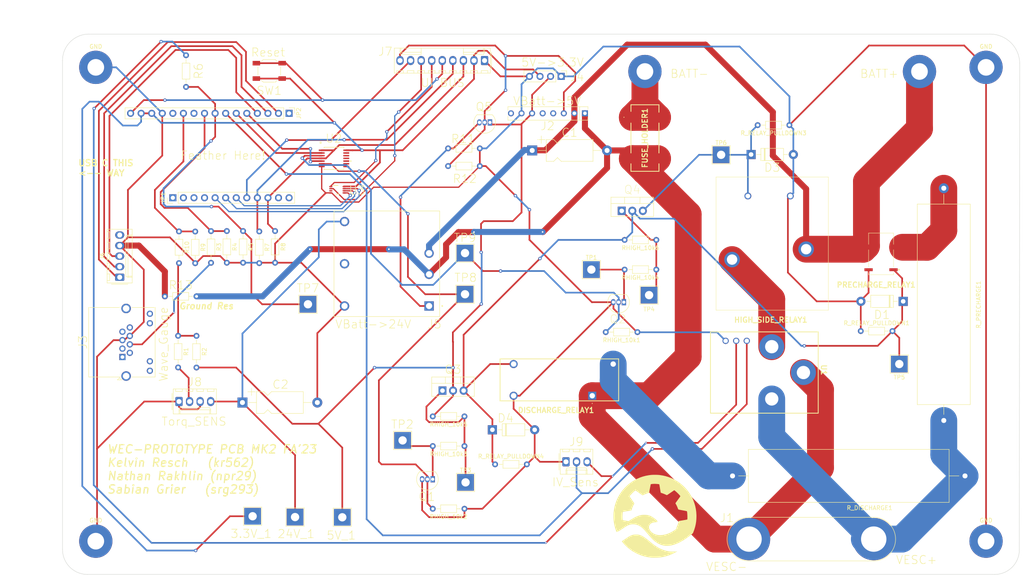
<source format=kicad_pcb>
(kicad_pcb (version 20221018) (generator pcbnew)
  (title_block (title "Relay Board") (rev "v1"))
  (layers (0 "F.Cu" signal) (31 "B.Cu" signal) (34 "B.Paste" user) (35 "F.Paste" user) (36 "B.SilkS" user "B.Silkscreen") (37 "F.SilkS" user "F.Silkscreen") (38 "B.Mask" user) (39 "F.Mask" user) (44 "Edge.Cuts" user))
  (net 0 "")
  (net 1 "+5V")
  (net 2 "HIGH_SIDE")
  (net 3 "VESC_NEG")
  (net 4 "BATT_POS")
  (net 5 "VESC_POS")
  (net 6 "BATT_NEG")
  (net 7 "GND")
  (net 9 "BATT_V_SENSOR")
  (net 10 "BATT_CURR_SENSOR")
  (net 11 "Net-(DISCHARGE_RELAY1-NC)")
  (net 12 "VBAT")
  (net 13 "/EN")
  (net 15 "VBUS")
  (net 16 "/D13")
  (net 17 "Torq_SW_Mode_1")
  (net 18 "Torq_SW_Mode_2")
  (net 19 "Torq_SW_Mode_3")
  (net 20 "Ref_Model_SW")
  (net 22 "WAVE_GAUGE")
  (net 23 "/SCL")
  (net 24 "/SDA")
  (net 25 "/BOOT0")
  (net 28 "IO_ESTOP")
  (net 29 "/A2")
  (net 30 "/A1")
  (net 31 "VESC_OUTPUT")
  (net 32 "Net-(PRECHARGE_RELAY1-COM)")
  (net 33 "Net-(Q1-D)")
  (net 34 "Net-(Q2-D)")
  (net 35 "Net-(Q3-G)")
  (net 36 "Net-(Q4-G)")
  (net 37 "Net-(HIGH_SIDE_RELAY1-NO)")
  (net 38 "VESC_INPUT")
  (net 39 "VESC_POWER_SWITCH")
  (net 40 "ADVANCE_BUTTON_RED")
  (net 41 "/A4")
  (net 42 "/A3")
  (net 43 "TORQUE_SENSOR")
  (net 44 "+3.3V")
  (net 45 "RESET")
  (net 46 "+24V")
  (net 47 "HIGH_IN")
  (net 48 "DCDC_SW")
  (net 52 "/A0")
  (net 53 "Net-(R1-Pad2)")
  (net 55 "Net-(J5-CTRL)")
  (net 56 "LOW_IN")
  (net 63 "TORQ_SWITCH_1")
  (net 64 "TORQ_SWITCH_2")
  (net 66 "PRE_DIS")
  (net 67 "PRE_DIS_ANDOUT")
  (net 68 "HIGH_SIDE_ANDOUT")
  (footprint "TestPoint:TestPoint_THTPad_4.0x4.0mm_Drill2.0mm" (layer "F.Cu") (at 125.9 196.2 180)
    (fp_text reference "24V_1")
    (fp_text value "TestPoint")
  )
  (footprint "Resistor_THT:R_Axial_DIN0204_L3.6mm_D1.6mm_P7.62mm_Horizontal" (layer "F.Cu") (at 117.3 135.1 90)
    (fp_text reference "R7")
    (fp_text value "10k")
  )
  (footprint "Library:WEC_NMOS" (layer "F.Cu") (at 157.715 187.099375 180)
    (fp_text reference "Q1")
    (fp_text value "NMOS")
  )
  (footprint "TestPoint:TestPoint_THTPad_4.0x4.0mm_Drill2.0mm" (layer "F.Cu") (at 137.25 196.25 180)
    (fp_text reference "5V_1")
    (fp_text value "TestPoint")
  )
  (footprint "" (layer "F.Cu") (at 276 89)
    (fp_text reference "")
    (fp_text value "")
  )
  (footprint "" (layer "F.Cu") (at 210 89)
    (fp_text reference "")
    (fp_text value "")
  )
  (footprint "Capacitor_THT:CP_Axial_L11.0mm_D5.0mm_P18.00mm_Horizontal" (layer "F.Cu") (at 182.9 107.9925)
    (fp_text reference "C1")
    (fp_text value "100 uF")
  )
  (footprint "MECC-Discharge-relay:213932246" (layer "F.Cu") (at 197.335 167.005)
    (fp_text reference "DISCHARGE_RELAY1")
    (fp_text value "2-1393224-6" hide)
  )
  (footprint "Resistor_THT:R_Axial_DIN0204_L3.6mm_D1.6mm_P7.62mm_Horizontal" (layer "F.Cu") (at 261.8825 151.4475)
    (fp_text reference "R_RELAY_PULLDOWN1")
    (fp_text value "40k")
  )
  (footprint "Resistor_THT:R_Axial_DIN0204_L3.6mm_D1.6mm_P7.62mm_Horizontal" (layer "F.Cu") (at 244.721875 101.9 180)
    (fp_text reference "R_RELAY_PULLDOWN3")
    (fp_text value "40k")
  )
  (footprint "MECC-SEN-16407:SEN-16407" (layer "F.Cu") (at 251.6606 151.649 -90)
    (fp_text reference "U1")
    (fp_text value "SEN-16407")
  )
  (footprint "TestPoint:TestPoint_THTPad_4.0x4.0mm_Drill2.0mm" (layer "F.Cu") (at 271.145 159.385)
    (fp_text reference "TP5")
    (fp_text value "TestPoint")
  )
  (footprint "MECC-Fuse-holder:01000065Z" (layer "F.Cu") (at 210 105 -90)
    (fp_text reference "FUSE_HOLDER1")
    (fp_text value "01000065Z" hide)
  )
  (footprint "Resistor_THT:R_Axial_DIN0204_L3.6mm_D1.6mm_P7.62mm_Horizontal" (layer "F.Cu") (at 99.695 85.09 -90)
    (fp_text reference "R6")
    (fp_text value "27k")
  )
  (footprint "TestPoint:TestPoint_THTPad_4.0x4.0mm_Drill2.0mm" (layer "F.Cu") (at 166.88375 187.849375)
    (fp_text reference "TP3")
    (fp_text value "TestPoint")
  )
  (footprint "Diode_THT:D_DO-41_SOD81_P10.16mm_Horizontal" (layer "F.Cu") (at 235.52 108.96875)
    (fp_text reference "D3")
    (fp_text value "1N4007")
  )
  (footprint "TestPoint:TestPoint_THTPad_4.0x4.0mm_Drill2.0mm" (layer "F.Cu") (at 115.7 196 180)
    (fp_text reference "3.3V_1")
    (fp_text value "TestPoint")
  )
  (footprint "Resistor_THT:R_Axial_DIN0204_L3.6mm_D1.6mm_P7.62mm_Horizontal" (layer "F.Cu") (at 166.62125 194.199375 180)
    (fp_text reference "RHIGH_10k2")
    (fp_text value "10k")
  )
  (footprint "MECC-HV-relay:J115F11AH12VDCSH15U" (layer "F.Cu") (at 230.95 134.25)
    (fp_text reference "HIGH_SIDE_RELAY1")
    (fp_text value "J115F11AH12VDCSH1.5U" hide)
  )
  (footprint "Resistor_THT:R_Axial_DIN0204_L3.6mm_D1.6mm_P7.62mm_Horizontal" (layer "F.Cu") (at 101.9 127.5 -90)
    (fp_text reference "R9")
    (fp_text value "100k")
  )
  (footprint "Resistor_THT:R_Axial_DIN0204_L3.6mm_D1.6mm_P7.62mm_Horizontal" (layer "F.Cu") (at 212.7375 136.65625 180)
    (fp_text reference "RHIGH_10k4")
    (fp_text value "10k")
  )
  (footprint "Resistor_THT:R_Axial_DIN0204_L3.6mm_D1.6mm_P7.62mm_Horizontal" (layer "F.Cu") (at 208.2 151.7 180)
    (fp_text reference "RHIGH_10k1")
    (fp_text value "10k")
  )
  (footprint "Resistor_THT:R_Axial_DIN0204_L3.6mm_D1.6mm_P7.62mm_Horizontal" (layer "F.Cu") (at 105.7 127.4 -90)
    (fp_text reference "R3")
    (fp_text value "10k")
  )
  (footprint "TestPoint:TestPoint_THTPad_4.0x4.0mm_Drill2.0mm" (layer "F.Cu") (at 211 142.8)
    (fp_text reference "TP4")
    (fp_text value "TestPoint")
  )
  (footprint "Diode_THT:D_DO-41_SOD81_P10.16mm_Horizontal" (layer "F.Cu") (at 173.335 175.199375)
    (fp_text reference "D4")
    (fp_text value "1N4007")
  )
  (footprint "Resistor_THT:R_Axial_Power_L48.0mm_W12.5mm_P55.88mm" (layer "F.Cu") (at 281.841875 172.9625 90)
    (fp_text reference "R_PRECHARGE1")
    (fp_text value "R")
  )
  (footprint "Package_SIP:SIP-8_19x3mm_P2.54mm" (layer "F.Cu") (at 195.58 99.06 180)
    (fp_text reference "J2")
    (fp_text value "VBatt -> 5V")
  )
  (footprint "Connector_RJ:RJ45_Amphenol_RJHSE538X" (layer "F.Cu") (at 84.4 157.7 90)
    (fp_text reference "J3")
    (fp_text value "Wave_Gauge")
  )
  (footprint "Connector_Molex:Molex_KK-254_AE-6410-09A_1x09_P2.54mm_Vertical" (layer "F.Cu") (at 171.45 86.36 180)
    (fp_text reference "J7")
    (fp_text value "UI BUS")
  )
  (footprint "Resistor_THT:R_Axial_Power_L48.0mm_W12.5mm_P55.88mm" (layer "F.Cu") (at 231.06 186.2975)
    (fp_text reference "R_DISCHARGE1")
    (fp_text value "R")
  )
  (footprint "Connector_Molex:Molex_KK-254_AE-6410-05A_1x05_P2.54mm_Vertical" (layer "F.Cu") (at 83.75 138.5 90)
    (fp_text reference "J6")
    (fp_text value "VESC IN")
  )
  (footprint "Resistor_THT:R_Axial_DIN0204_L3.6mm_D1.6mm_P7.62mm_Horizontal" (layer "F.Cu") (at 121.1 135 90)
    (fp_text reference "R8")
    (fp_text value "10k")
  )
  (footprint "Button_Switch_SMD:SW_SPST_SKQG_WithoutStem" (layer "F.Cu") (at 119.7 88.845 180)
    (fp_text reference "SW1")
    (fp_text value "Reset")
  )
  (footprint "LOGO" (layer "F.Cu") (at 212.4 196)
    (fp_text reference "G***" hide)
    (fp_text value "LOGO" hide)
  )
  (footprint "Connector_PinHeader_2.54mm:PinHeader_1x12_P2.54mm_Vertical" (layer "F.Cu") (at 96.52 119.38 90)
    (fp_text reference "JP1")
    (fp_text value "HEADER-1X12")
  )
  (footprint "TestPoint:TestPoint_THTPad_4.0x4.0mm_Drill2.0mm" (layer "F.Cu") (at 151.75 177.75)
    (fp_text reference "TP2")
    (fp_text value "TestPoint")
  )
  (footprint "MountingHole:MountingHole_4mm_Pad" (layer "F.Cu") (at 78 88)
    (fp_text reference "GND")
    (fp_text value "MountingHole_4mm_Pad")
  )
  (footprint "TestPoint:TestPoint_THTPad_4.0x4.0mm_Drill2.0mm" (layer "F.Cu") (at 166.752 142.591)
    (fp_text reference "TP8")
    (fp_text value "TestPoint")
  )
  (footprint "Resistor_THT:R_Axial_DIN0204_L3.6mm_D1.6mm_P7.62mm_Horizontal" (layer "F.Cu") (at 166.62125 179.118125 180)
    (fp_text reference "RHIGH_10k3")
    (fp_text value "10k")
  )
  (footprint "Resistor_THT:R_Axial_DIN0204_L3.6mm_D1.6mm_P7.62mm_Horizontal" (layer "F.Cu") (at 162.69 107.5)
    (fp_text reference "R11")
    (fp_text value "10k")
  )
  (footprint "Resistor_THT:R_Axial_DIN0204_L3.6mm_D1.6mm_P7.62mm_Horizontal" (layer "F.Cu") (at 166.62125 171.974375 180)
    (fp_text reference "RHIGH_10k5")
    (fp_text value "10k")
  )
  (footprint "PDQE15-Q48-D24-D:CONV_PDQE15-Q48-D24-D" (layer "F.Cu") (at 147.955 135.255 180)
    (fp_text reference "J5")
    (fp_text value "PDQE15-Q48-D24-D")
  )
  (footprint "SN74LVC1G139DCUR:DCU0008A_N" (layer "F.Cu") (at 136.099999 117.450002)
    (fp_text reference "U3")
    (fp_text value "SN74LVC1G139DCUR")
  )
  (footprint "Library:WEC_PMOS" (layer "F.Cu") (at 163.875 165.775625)
    (fp_text reference "Q3")
    (fp_text value "PMOS")
  )
  (footprint "Resistor_THT:R_Axial_DIN0204_L3.6mm_D1.6mm_P7.62mm_Horizontal" (layer "F.Cu") (at 212.7375 129.5125 180)
    (fp_text reference "RHIGH_10k6")
    (fp_text value "10k")
  )
  (footprint "Connector:Banana_Jack_2Pin" (layer "F.Cu") (at 265 201.5 180)
    (fp_text reference "J1")
    (fp_text value "VESC Term")
  )
  (footprint "Resistor_THT:R_Axial_DIN0204_L3.6mm_D1.6mm_P7.62mm_Horizontal" (layer "F.Cu") (at 102.2 152.6 -90)
    (fp_text reference "R2")
    (fp_text value "3k")
  )
  (footprint "TestPoint:TestPoint_THTPad_4.0x4.0mm_Drill2.0mm" (layer "F.Cu") (at 197.125 136.65625)
    (fp_text reference "TP1")
    (fp_text value "TestPoint")
  )
  (footprint "Resistor_THT:R_Axial_DIN0204_L3.6mm_D1.6mm_P7.62mm_Horizontal" (layer "F.Cu") (at 162.69 111.75)
    (fp_text reference "R12")
    (fp_text value "10k")
  )
  (footprint "TestPoint:TestPoint_THTPad_4.0x4.0mm_Drill2.0mm" (layer "F.Cu") (at 129 145)
    (fp_text reference "TP7")
    (fp_text value "TestPoint")
  )
  (footprint "MountingHole:MountingHole_4mm_Pad" (layer "F.Cu") (at 292 88)
    (fp_text reference "GND")
    (fp_text value "MountingHole_4mm_Pad")
  )
  (footprint "TestPoint:TestPoint_THTPad_4.0x4.0mm_Drill2.0mm" (layer "F.Cu") (at 228.315625 109.04375)
    (fp_text reference "TP6")
    (fp_text value "TestPoint")
  )
  (footprint "MECC-Precharge-relay:IMB03CGR" (layer "F.Cu") (at 266.760625 133.985 90)
    (fp_text reference "PRECHARGE_RELAY1")
    (fp_text value "IMB03CGR" hide)
  )
  (footprint "Resistor_THT:R_Axial_DIN0204_L3.6mm_D1.6mm_P7.62mm_Horizontal" (layer "F.Cu") (at 173.99 183.515)
    (fp_text reference "R_RELAY_PULLDOWN4")
    (fp_text value "40k")
  )
  (footprint "Resistor_THT:R_Axial_DIN0204_L3.6mm_D1.6mm_P7.62mm_Horizontal" (layer "F.Cu") (at 94.6 143.1)
    (fp_text reference "R13")
    (fp_text value "0")
  )
  (footprint "Connector_Molex:Molex_KK-254_AE-6410-03A_1x03_P2.54mm_Vertical" (layer "F.Cu") (at 191.02 182.9)
    (fp_text reference "J9")
    (fp_text value "IV_Sens")
  )
  (footprint "Resistor_THT:R_Axial_DIN0204_L3.6mm_D1.6mm_P7.62mm_Horizontal" (layer "F.Cu") (at 109.5 135 90)
    (fp_text reference "R4")
    (fp_text value "5k")
  )
  (footprint "Diode_THT:D_DO-41_SOD81_P10.16mm_Horizontal" (layer "F.Cu") (at 272.08 144.3 180)
    (fp_text reference "D1")
    (fp_text value "1N4007")
  )
  (footprint "Resistor_THT:R_Axial_DIN0204_L3.6mm_D1.6mm_P7.62mm_Horizontal" (layer "F.Cu") (at 97.79 160.2 90)
    (fp_text reference "R1")
    (fp_text value "3k")
  )
  (footprint "Connector_Molex:Molex_KK-254_AE-6410-04A_1x04_P2.54mm_Vertical" (layer "F.Cu") (at 98 168.4)
    (fp_text reference "J8")
    (fp_text value "Torq_SENS")
  )
  (footprint "SN74HCS09QPWRQ1:SO14_PW_TEX" (layer "F.Cu") (at 135.255 109.899958)
    (fp_text reference "U2")
    (fp_text value "SN74HCS09QPWRQ1")
  )
  (footprint "Resistor_THT:R_Axial_DIN0204_L3.6mm_D1.6mm_P7.62mm_Horizontal" (layer "F.Cu") (at 113.4 135 90)
    (fp_text reference "R5")
    (fp_text value "10k")
  )
  (footprint "MountingHole:MountingHole_4mm_Pad" (layer "F.Cu") (at 78 202)
    (fp_text reference "GND")
    (fp_text value "MountingHole_4mm_Pad")
  )
  (footprint "Connector_PinHeader_2.54mm:PinHeader_1x04_P2.54mm_Vertical" (layer "F.Cu") (at 189.865 90.17 -90)
    (fp_text reference "J4")
    (fp_text value "5V -> 3.3V")
  )
  (footprint "Connector_PinHeader_2.54mm:PinHeader_1x16_P2.54mm_Vertical" (layer "F.Cu") (at 124.46 99.06 -90)
    (fp_text reference "JP2")
    (fp_text value "HEADER-1X16ROUND")
  )
  (footprint "Resistor_THT:R_Axial_DIN0204_L3.6mm_D1.6mm_P7.62mm_Horizontal" (layer "F.Cu") (at 98 135.1 90)
    (fp_text reference "R10")
    (fp_text value "50k")
  )
  (footprint "Library:WEC_PMOS" (layer "F.Cu") (at 206.96 122.52)
    (fp_text reference "Q4")
    (fp_text value "PMOS")
  )
  (footprint "TestPoint:TestPoint_THTPad_4.0x4.0mm_Drill2.0mm" (layer "F.Cu") (at 166.752 132.685)
    (fp_text reference "TP9")
    (fp_text value "TestPoint")
  )
  (footprint "Capacitor_THT:CP_Axial_L11.0mm_D5.0mm_P18.00mm_Horizontal" (layer "F.Cu") (at 113.25 168.6425)
    (fp_text reference "C2")
    (fp_text value "47 uF")
  )
  (footprint "MountingHole:MountingHole_4mm_Pad" (layer "F.Cu") (at 292 202)
    (fp_text reference "GND")
    (fp_text value "MountingHole_4mm_Pad")
  )
  (footprint "Library:WEC_NMOS" (layer "F.Cu") (at 171.48 101.25 180)
    (fp_text reference "Q5")
    (fp_text value "NMOS")
  )
  (footprint "Library:WEC_NMOS" (layer "F.Cu") (at 203.67 144.5 180)
    (fp_text reference "Q2")
    (fp_text value "NMOS")
  )
  (gr_line (start 292.948638 80) (end 76.35 80) (stroke (width 0.1)) (layer "Edge.Cuts"))
  (gr_arc (start 299.999965 204.07112) (mid 298.263454 208.263454) (end 294.071135 210) (stroke (width 0.1)) (layer "Edge.Cuts"))
  (gr_line (start 294.071135 210) (end 76 210) (stroke (width 0.1)) (layer "Edge.Cuts"))
  (gr_arc (start 70 86.35) (mid 71.859872 81.859872) (end 76.35 80) (stroke (width 0.1)) (layer "Edge.Cuts"))
  (gr_line (start 70 204) (end 70 86.35) (stroke (width 0.1)) (layer "Edge.Cuts"))
  (gr_arc (start 76 210) (mid 71.757359 208.242641) (end 70 204) (stroke (width 0.1)) (layer "Edge.Cuts"))
  (gr_arc (start 292.948638 80) (mid 298 82.092374) (end 300.092388 87.14375) (stroke (width 0.1)) (layer "Edge.Cuts"))
  (gr_line (start 300.092388 87.14375) (end 299.999965 204.07112) (stroke (width 0.1)) (layer "Edge.Cuts"))
  (gr_text "VESC+\n" (at 270.25 206.5) (layer "F.SilkS") (effects (font (size 2 2)) (justify left)))
  (gr_text "USB C THIS \n<-- WAY" (at 73.66 114.3) (layer "F.SilkS") (effects (font (size 1.5 1.5) (thickness 0.3) bold) (justify left bottom)))
  (gr_text "Feather Here!" (at 108.6 109.2) (layer "F.SilkS") (effects (font (size 2 2))))
  (gr_text "WEC-PROTOTYPE PCB MK2 FA'23\nKelvin Resch   (kr562)\nNathan Rakhlin (npr29)\nSabian Grier   (srg293)" (at 80.6 190.7) (layer "F.SilkS") (effects (font (size 2 2) (thickness 0.3) italic) (justify left bottom)))
  (gr_text "Torq_SENS" (at 101.6 173.2) (layer "F.SilkS") (effects (font (size 2 2))))
  (gr_text "VBatt->5V" (at 186.5 96.1) (layer "F.SilkS") (effects (font (size 2 2))))
  (gr_text "Ground Res" (at 97.9 146.3) (layer "F.SilkS") (effects (font (size 1.5 1.5) (thickness 0.3) bold italic) (justify left bottom)))
  (gr_text "IV_Sens" (at 193.3 187.8) (layer "F.SilkS") (effects (font (size 2 2))))
  (gr_text "BATT-" (at 216 89.535) (layer "F.SilkS") (effects (font (size 2 2)) (justify left)))
  (gr_text "VBatt->24V" (at 144.7 149.8) (layer "F.SilkS") (effects (font (size 2 2))))
  (gr_text "BATT+" (at 261.62 89.535) (layer "F.SilkS") (effects (font (size 2 2)) (justify left)))
  (gr_text "VESC-" (at 224.6 208.15) (layer "F.SilkS") (effects (font (size 2 2)) (justify left)))
  (gr_text "UI BUS" (at 161.4 91.7) (layer "F.SilkS") (effects (font (size 2 2))))
  (gr_text "Wave_Gauge" (at 94.3 154.6 90) (layer "F.SilkS") (effects (font (size 2 2))))
  (gr_text "Reset" (at 119.4 84.4) (layer "F.SilkS") (effects (font (size 2 2))))
  (gr_text "5V->3.3V" (at 187.8 86.8) (layer "F.SilkS") (effects (font (size 2 2))))
  (segment (start 137.25 196.25) (end 137.25 179.5) (width 0.4) (layer "F.Cu") (net 1))
  (segment (start 170.605 132.468437) (end 170.605 125.645) (width 0.4) (layer "F.Cu") (net 1))
  (segment (start 125.25 173.75) (end 111.72 160.22) (width 0.4) (layer "F.Cu") (net 1))
  (segment (start 170.6725 144.9225) (end 163.83 151.765) (width 0.4) (layer "F.Cu") (net 1))
  (segment (start 163.83 151.765) (end 163.83 154.001472) (width 0.4) (layer "F.Cu") (net 1))
  (segment (start 145 160.25) (end 131.5 173.75) (width 0.4) (layer "F.Cu") (net 1))
  (segment (start 131.5 173.75) (end 125.25 173.75) (width 0.4) (layer "F.Cu") (net 1))
  (segment (start 170.636563 132.5) (end 170.605 132.468437) (width 0.4) (layer "F.Cu") (net 1))
  (segment (start 159.00125 171.974375) (end 163.875 167.100625) (width 0.4) (layer "F.Cu") (net 1))
  (segment (start 178.25 125) (end 180.34 122.91) (width 0.4) (layer "F.Cu") (net 1))
  (segment (start 163.875 154.046472) (end 163.875 165.775625) (width 0.4) (layer "F.Cu") (net 1))
  (segment (start 137.25 179.5) (end 131.5 173.75) (width 0.4) (layer "F.Cu") (net 1))
  (segment (start 182.88 99.06) (end 182.88 94.615) (width 0.4) (layer "F.Cu") (net 1))
  (segment (start 173.25 101.75) (end 180.19 101.75) (width 0.4) (layer "F.Cu") (net 1))
  (segment (start 111.72 160.22) (end 102.2 160.22) (width 0.4) (layer "F.Cu") (net 1))
  (segment (start 180.34 122.91) (end 180.34 101.6) (width 0.4) (layer "F.Cu") (net 1))
  (segment (start 180.34 101.6) (end 182.88 99.06) (width 0.4) (layer "F.Cu") (net 1))
  (segment (start 182.88 94.615) (end 187.325 90.17) (width 0.4) (layer "F.Cu") (net 1))
  (segment (start 172.75 101.25) (end 173.25 101.75) (width 0.4) (layer "F.Cu") (net 1))
  (segment (start 163.875 160.25) (end 163.875 165.775625) (width 0.4) (layer "F.Cu") (net 1))
  (segment (start 163.875 167.100625) (end 163.875 165.775625) (width 0.4) (layer "F.Cu") (net 1))
  (segment (start 163.83 154.001472) (end 163.875 154.046472) (width 0.4) (layer "F.Cu") (net 1))
  (segment (start 170.605 125.645) (end 171.25 125) (width 0.4) (layer "F.Cu") (net 1))
  (segment (start 171.25 125) (end 178.25 125) (width 0.4) (layer "F.Cu") (net 1))
  (segment (start 180.19 101.75) (end 180.34 101.6) (width 0.4) (layer "F.Cu") (net 1))
  (via (at 145 160.25) (size 0.8) (drill 0.4) (layers "F.Cu" "B.Cu") (net 1))
  (via (at 170.636563 132.5) (size 0.8) (drill 0.4) (layers "F.Cu" "B.Cu") (net 1))
  (via (at 170.6725 144.9225) (size 0.8) (drill 0.4) (layers "F.Cu" "B.Cu") (net 1))
  (via (at 163.875 160.25) (size 0.8) (drill 0.4) (layers "F.Cu" "B.Cu") (net 1))
  (segment (start 170.75 144.845) (end 170.75 132.613437) (width 0.4) (layer "B.Cu") (net 1))
  (segment (start 170.6725 144.9225) (end 170.75 144.845) (width 0.4) (layer "B.Cu") (net 1))
  (segment (start 163.875 160.25) (end 145 160.25) (width 0.4) (layer "B.Cu") (net 1))
  (segment (start 170.75 132.613437) (end 170.636563 132.5) (width 0.4) (layer "B.Cu") (net 1))
  (segment (start 223.01625 109.04375) (end 228.315625 109.04375) (width 0.4) (layer "B.Cu") (net 2))
  (segment (start 234.75 118.95) (end 234.75 109.73875) (width 0.4) (layer "B.Cu") (net 2))
  (segment (start 209.54 122.52) (end 223.01625 109.04375) (width 0.4) (layer "B.Cu") (net 2))
  (segment (start 234.75 109.73875) (end 235.52 108.96875) (width 0.4) (layer "B.Cu") (net 2))
  (segment (start 228.315625 109.04375) (end 235.445 109.04375) (width 0.4) (layer "B.Cu") (net 2))
  (segment (start 235.52 108.96875) (end 235.52 103.481875) (width 0.4) (layer "B.Cu") (net 2))
  (segment (start 235.52 103.481875) (end 237.101875 101.9) (width 0.4) (layer "B.Cu") (net 2))
  (segment (start 220.4 123.38) (end 220.4 157.6) (width 6.45) (layer "F.Cu") (net 3))
  (segment (start 185.5 127.6) (end 200.9 112.2) (width 1.45) (layer "F.Cu") (net 3))
  (segment (start 235.03 201.5) (end 226.8 201.5) (width 6.45) (layer "F.Cu") (net 3))
  (segment (start 213.03 109.96) (end 210.005 112.985) (width 6.45) (layer "F.Cu") (net 3))
  (segment (start 210.005 112.985) (end 220.4 123.38) (width 6.45) (layer "F.Cu") (net 3))
  (segment (start 235.03 201.5) (end 252.2 184.33) (width 6.45) (layer "F.Cu") (net 3))
  (segment (start 226.8 201.5) (end 197.335 172.035) (width 6.45) (layer "F.Cu") (net 3))
  (segment (start 210.005 112.995) (end 206.97 109.96) (width 6.45) (layer "F.Cu") (net 3))
  (segment (start 162.2 130.6) (end 162.2 133.71) (width 1.45) (layer "F.Cu") (net 3))
  (segment (start 200.9 112.2) (end 200.9 107.9925) (width 1.45) (layer "F.Cu") (net 3))
  (segment (start 195.58 99.06) (end 195.58 102.6725) (width 1.45) (layer "F.Cu") (net 3))
  (segment (start 220.4 157.6) (end 210.995 167.005) (width 6.45) (layer "F.Cu") (net 3))
  (segment (start 205.0025 107.9925) (end 206.97 109.96) (width 1.45) (layer "F.Cu") (net 3))
  (segment (start 185.4 127.6) (end 185.5 127.6) (width 1.45) (layer "F.Cu") (net 3))
  (segment (start 165.165 127.635) (end 162.2 130.6) (width 1.45) (layer "F.Cu") (net 3))
  (segment (start 162.2 133.71) (end 158.115 137.795) (width 1.45) (layer "F.Cu") (net 3))
  (segment (start 200.9 107.9925) (end 205.0025 107.9925) (width 1.45) (layer "F.Cu") (net 3))
  (segment (start 210.005 112.985) (end 210.005 112.995) (width 6.45) (layer "F.Cu") (net 3))
  (segment (start 195.58 102.6725) (end 200.9 107.9925) (width 1.45) (layer "F.Cu") (net 3))
  (segment (start 148.45 131.75) (end 129.45 131.75) (width 1.45) (layer "F.Cu") (net 3))
  (segment (start 213.03 109.96) (end 206.97 109.96) (width 6.45) (layer "F.Cu") (net 3))
  (segment (start 252.2 165.5234) (end 248.1046 161.428) (width 6.45) (layer "F.Cu") (net 3))
  (segment (start 252.2 184.33) (end 252.2 165.5234) (width 6.45) (layer "F.Cu") (net 3))
  (segment (start 197.335 172.035) (end 197.335 167.005) (width 6.45) (layer "F.Cu") (net 3))
  (segment (start 210.995 167.005) (end 197.335 167.005) (width 6.45) (layer "F.Cu") (net 3))
  (segment (start 168.91 127.635) (end 165.165 127.635) (width 1.45) (layer "F.Cu") (net 3))
  (via (at 129.45 131.75) (size 0.8) (drill 0.4) (layers "F.Cu" "B.Cu") (net 3))
  (via (at 168.91 127.635) (size 0.8) (drill 0.4) (layers "F.Cu" "B.Cu") (net 3))
  (via (at 148.45 131.75) (size 0.8) (drill 0.4) (layers "F.Cu" "B.Cu") (net 3))
  (via (at 185.4 127.6) (size 0.8) (drill 0.4) (layers "F.Cu" "B.Cu") (net 3))
  (segment (start 185.4 127.6) (end 168.945 127.6) (width 1.45) (layer "B.Cu") (net 3))
  (segment (start 148.45 131.75) (end 148.5 131.8) (width 1.45) (layer "B.Cu") (net 3))
  (segment (start 118.1 143.1) (end 102.22 143.1) (width 1.45) (layer "B.Cu") (net 3))
  (segment (start 168.945 127.6) (end 168.91 127.635) (width 1.45) (layer "B.Cu") (net 3))
  (segment (start 148.5 131.8) (end 152.12 131.8) (width 1.45) (layer "B.Cu") (net 3))
  (segment (start 152.12 131.8) (end 158.115 137.795) (width 1.45) (layer "B.Cu") (net 3))
  (segment (start 129.45 131.75) (end 118.1 143.1) (width 1.45) (layer "B.Cu") (net 3))
  (segment (start 193.04 99.06) (end 193.04 95.25) (width 1.45) (layer "F.Cu") (net 4))
  (segment (start 276 89) (end 276 102.75) (width 6.45) (layer "F.Cu") (net 4))
  (segment (start 262.5 131.75) (end 248.75 131.75) (width 6.45) (layer "F.Cu") (net 4))
  (segment (start 205.74 82.55) (end 224.55 82.55) (width 1.45) (layer "F.Cu") (net 4))
  (segment (start 276 102.75) (end 263.25 115.5) (width 6.45) (layer "F.Cu") (net 4))
  (segment (start 248.75 117.25) (end 248.75 131.75) (width 1.45) (layer "F.Cu") (net 4))
  (segment (start 263.25 115.5) (end 263.25 131) (width 6.45) (layer "F.Cu") (net 4))
  (segment (start 240.75 109.25) (end 248.75 117.25) (width 1.45) (layer "F.Cu") (net 4))
  (segment (start 263.25 131) (end 262.5 131.75) (width 6.45) (layer "F.Cu") (net 4))
  (segment (start 193.04 100.965) (end 186.055 107.95) (width 1.45) (layer "F.Cu") (net 4))
  (segment (start 193.04 99.06) (end 193.04 100.965) (width 1.45) (layer "F.Cu") (net 4))
  (segment (start 186.055 107.95) (end 182.88 107.95) (width 1.45) (layer "F.Cu") (net 4))
  (segment (start 240.75 98.75) (end 240.75 109.25) (width 1.45) (layer "F.Cu") (net 4))
  (segment (start 224.55 82.55) (end 240.75 98.75) (width 1.45) (layer "F.Cu") (net 4))
  (segment (start 193.04 95.25) (end 205.74 82.55) (width 1.45) (layer "F.Cu") (net 4))
  (segment (start 158.115 130.785) (end 158.115 132.715) (width 1.45) (layer "B.Cu") (net 4))
  (segment (start 181.0075 107.8925) (end 158.115 130.785) (width 1.45) (layer "B.Cu") (net 4))
  (segment (start 182.75 107.8925) (end 181.0075 107.8925) (width 1.45) (layer "B.Cu") (net 4))
  (segment (start 240.4816 167.778) (end 240.4816 176.9816) (width 6.45) (layer "B.Cu") (net 5))
  (segment (start 271.7375 201.5) (end 286.94 186.2975) (width 6.45) (layer "B.Cu") (net 5))
  (segment (start 240.4816 176.9816) (end 265 201.5) (width 6.45) (layer "B.Cu") (net 5))
  (segment (start 281.841875 172.9625) (end 281.841875 181.199375) (width 6.45) (layer "B.Cu") (net 5))
  (segment (start 265 201.5) (end 271.7375 201.5) (width 6.45) (layer "B.Cu") (net 5))
  (segment (start 265 201.5) (end 262.7386 201.5) (width 6.45) (layer "B.Cu") (net 5))
  (segment (start 281.841875 181.199375) (end 286.94 186.2975) (width 6.45) (layer "B.Cu") (net 5))
  (segment (start 210 97.01) (end 206.97 100.04) (width 6.45) (layer "F.Cu") (net 6))
  (segment (start 210 89.91875) (end 210 97.01) (width 6.45) (layer "F.Cu") (net 6))
  (segment (start 213.03 100.04) (end 210 97.01) (width 6.45) (layer "F.Cu") (net 6))
  (segment (start 206.97 100.04) (end 213.03 100.04) (width 6.45) (layer "F.Cu") (net 6))
  (segment (start 179.895 167.005) (end 178.435 167.005) (width 0.4) (layer "F.Cu") (net 7))
  (segment (start 208.1255 151.7375) (end 208.1625 151.7375) (width 0.4) (layer "F.Cu") (net 7))
  (segment (start 261.680625 144.30375) (end 251.30375 144.30375) (width 0.4) (layer "F.Cu") (net 7))
  (segment (start 158.115 196.215) (end 156.445 194.545) (width 0.4) (layer "F.Cu") (net 7))
  (segment (start 165.22 116.84) (end 170.31 111.75) (width 0.3) (layer "F.Cu") (net 7))
  (segment (start 89.535 136.665) (end 83.75 130.88) (width 0.4) (layer "F.Cu") (net 7))
  (segment (start 156.445 194.545) (end 156.445 187.099375) (width 0.4) (layer "F.Cu") (net 7))
  (segment (start 132.30225 111.849916) (end 132.3 111.852166) (width 0.3) (layer "F.Cu") (net 7))
  (segment (start 121.1 130.4) (end 121.1 135) (width 0.4) (layer "F.Cu") (net 7))
  (segment (start 98.635 170.305) (end 102.445 170.305) (width 0.4) (layer "F.Cu") (net 7))
  (segment (start 166.62125 194.199375) (end 166.62125 195.96375) (width 0.4) (layer "F.Cu") (net 7))
  (segment (start 183.495 181.63) (end 184.765 182.9) (width 0.4) (layer "F.Cu") (net 7))
  (segment (start 117.4 135) (end 121.1 135) (width 0.4) (layer "F.Cu") (net 7))
  (segment (start 182.245 122.25) (end 182.245 129.495) (width 0.4) (layer "F.Cu") (net 7))
  (segment (start 93.98 99.06) (end 93.98 109.22) (width 0.4) (layer "F.Cu") (net 7))
  (segment (start 261.8825 151.4475) (end 261.8825 144.466875) (width 0.4) (layer "F.Cu") (net 7))
  (segment (start 89.65 168.4) (end 78.3 179.75) (width 0.4) (layer "F.Cu") (net 7))
  (segment (start 134.314999 118.2) (end 134.71 118.2) (width 0.3) (layer "F.Cu") (net 7))
  (segment (start 263.871875 82.75) (end 244.721875 101.9) (width 0.4) (layer "F.Cu") (net 7))
  (segment (start 244.369036 119.530964) (end 244.95 118.95) (width 0.4) (layer "F.Cu") (net 7))
  (segment (start 141.22 120.4) (end 144.78 116.84) (width 0.3) (layer "F.Cu") (net 7))
  (segment (start 98 168.4) (end 89.65 168.4) (width 0.4) (layer "F.Cu") (net 7))
  (segment (start 133.26 118.24) (end 121.1 130.4) (width 0.4) (layer "F.Cu") (net 7))
  (segment (start 170.31 111.75) (end 171.75 111.75) (width 0.4) (layer "F.Cu") (net 7))
  (segment (start 101.9 135.12) (end 102.08 135.12) (width 0.4) (layer "F.Cu") (net 7))
  (segment (start 202.438 144.5) (end 202.438 146.05) (width 0.4) (layer "F.Cu") (net 7))
  (segment (start 133.26 118.2) (end 133.26 118.24) (width 0.4) (layer "F.Cu") (net 7))
  (segment (start 166.37 196.215) (end 158.115 196.215) (width 0.4) (layer "F.Cu") (net 7))
  (segment (start 78.3 201.7) (end 78.3 179.75) (width 0.4) (layer "F.Cu") (net 7))
  (segment (start 121.1 135) (end 127.38 135) (width 0.4) (layer "F.Cu") (net 7))
  (segment (start 85.725 117.475) (end 85.725 128.905) (width 0.4) (layer "F.Cu") (net 7))
  (segment (start 103.08 169.67) (end 102.445 170.305) (width 0.4) (layer "F.Cu") (net 7))
  (segment (start 171.45 86.36) (end 171.45 86.995) (width 0.4) (layer "F.Cu") (net 7))
  (segment (start 263.760625 142.22375) (end 263.760625 136.685) (width 0.4) (layer "F.Cu") (net 7))
  (segment (start 171.75 111.75) (end 178.875 118.875) (width 0.4) (layer "F.Cu") (net 7))
  (segment (start 261.8825 144.466875) (end 261.7 144.284375) (width 0.4) (layer "F.Cu") (net 7))
  (segment (start 175.26 90.17) (end 171.45 86.36) (width 0.4) (layer "F.Cu") (net 7))
  (segment (start 83.75 130.88) (end 88.36 130.88) (width 1.45) (layer "F.Cu") (net 7))
  (segment (start 93.98 109.22) (end 85.725 117.475) (width 0.4) (layer "F.Cu") (net 7))
  (segment (start 117.3 135.1) (end 117.4 135) (width 0.4) (layer "F.Cu") (net 7))
  (segment (start 132.3 117.24) (end 133.26 118.2) (width 0.3) (layer "F.Cu") (net 7))
  (segment (start 170.31 107.5) (end 170.31 111.75) (width 0.4) (layer "F.Cu") (net 7))
  (segment (start 78.3 157.6) (end 82.264 153.636) (width 0.4) (layer "F.Cu") (net 7))
  (segment (start 84.864 153.636) (end 85.88 152.62) (width 0.4) (layer "F.Cu") (net 7))
  (segment (start 137.795 145.415) (end 131.25 151.96) (width 0.4) (layer "F.Cu") (net 7))
  (segment (start 183.495 175.199375) (end 178.435 170.139375) (width 0.4) (layer "F.Cu") (net 7))
  (segment (start 292 88) (end 286.75 82.75) (width 0.4) (layer "F.Cu") (net 7))
  (segment (start 202.4 144.5) (end 179.895 167.005) (width 0.4) (layer "F.Cu") (net 7))
  (segment (start 85.725 128.905) (end 83.75 130.88) (width 0.4) (layer "F.Cu") (net 7))
  (segment (start 251.30375 144.30375) (end 244.369036 137.369036) (width 0.4) (layer "F.Cu") (net 7))
  (segment (start 82.264 153.636) (end 84.4 153.636) (width 0.4) (layer "F.Cu") (net 7))
  (segment (start 261.680625 144.30375) (end 261.7 144.284375) (width 0.4) (layer "F.Cu") (net 7))
  (segment (start 170.925625 194.199375) (end 181.61 183.515) (width 0.4) (layer "F.Cu") (net 7))
  (segment (start 166.62125 194.199375) (end 170.925625 194.199375) (width 0.4) (layer "F.Cu") (net 7))
  (segment (start 101.9 135.12) (end 101.9 135) (width 0.4) (layer "F.Cu") (net 7))
  (segment (start 131.25 151.96) (end 131.25 168.6425) (width 0.4) (layer "F.Cu") (net 7))
  (segment (start 134.71 118.2) (end 136.91 120.4) (width 0.3) (layer "F.Cu") (net 7))
  (segment (start 98 169.67) (end 98.635 170.305) (width 0.4) (layer "F.Cu") (net 7))
  (segment (start 101.9 135) (end 95.805 128.905) (width 0.4) (layer "F.Cu") (net 7))
  (segment (start 134.349999 118.2) (end 133.4 118.2) (width 0.3) (layer "F.Cu") (net 7))
  (segment (start 166.62125 195.96375) (end 166.37 196.215) (width 0.4) (layer "F.Cu") (net 7))
  (segment (start 103.08 168.4) (end 103.08 169.67) (width 0.4) (layer "F.Cu") (net 7))
  (segment (start 78 202) (end 78.3 201.7) (width 0.4) (layer "F.Cu") (net 7))
  (segment (start 202.438 146.05) (end 208.1255 151.7375) (width 0.4) (layer "F.Cu") (net 7))
  (segment (start 98 168.4) (end 98 169.67) (width 0.4) (layer "F.Cu") (net 7))
  (segment (start 103.8 133.4) (end 107.9 133.4) (width 0.4) (layer "F.Cu") (net 7))
  (segment (start 107.9 133.4) (end 109.5 135) (width 0.4) (layer "F.Cu") (net 7))
  (segment (start 208.1625 151.7375) (end 208.2 151.7) (width 0.4) (layer "F.Cu") (net 7))
  (segment (start 178.435 170.139375) (end 178.435 167.005) (width 0.4) (layer "F.Cu") (net 7))
  (segment (start 197.25 144.5) (end 202.438 144.5) (width 0.4) (layer "F.Cu") (net 7))
  (segment (start 95.805 128.905) (end 85.725 128.905) (width 0.4) (layer "F.Cu") (net 7))
  (segment (start 88.36 130.88) (end 94.6 137.12) (width 1.45) (layer "F.Cu") (net 7))
  (segment (start 89.535 149.265) (end 89.535 136.665) (width 0.4) (layer "F.Cu") (net 7))
  (segment (start 183.495 181.63) (end 183.495 175.199375) (width 0.4) (layer "F.Cu") (net 7))
  (segment (start 144.78 116.84) (end 165.22 116.84) (width 0.3) (layer "F.Cu") (net 7))
  (segment (start 182.245 129.495) (end 197.25 144.5) (width 0.4) (layer "F.Cu") (net 7))
  (segment (start 109.5 135) (end 113.4 135) (width 0.4) (layer "F.Cu") (net 7))
  (segment (start 184.765 182.9) (end 191.02 182.9) (width 0.4) (layer "F.Cu") (net 7))
  (segment (start 85.88 152.62) (end 86.18 152.62) (width 0.4) (layer "F.Cu") (net 7))
  (segment (start 83.75 130.88) (end 83.7 130.83) (width 0.4) (layer "F.Cu") (net 7))
  (segment (start 84.4 153.636) (end 84.864 153.636) (width 0.4) (layer "F.Cu") (net 7))
  (segment (start 261.7 144.284375) (end 263.760625 142.22375) (width 0.4) (layer "F.Cu") (net 7))
  (segment (start 89.535 149.265) (end 86.18 152.62) (width 0.4) (layer "F.Cu") (net 7))
  (segment (start 94.6 137.12) (end 94.6 143.1) (width 1.45) (layer "F.Cu") (net 7))
  (segment (start 78.3 179.75) (end 78.3 157.6) (width 0.4) (layer "F.Cu") (net 7))
  (segment (start 127.38 135) (end 137.795 145.415) (width 0.4) (layer "F.Cu") (net 7))
  (segment (start 136.91 120.4) (end 141.22 120.4) (width 0.3) (layer "F.Cu") (net 7))
  (segment (start 244.369036 137.369036) (end 244.369036 119.530964) (width 0.4) (layer "F.Cu") (net 7))
  (segment (start 132.3 111.852166) (end 132.3 117.24) (width 0.3) (layer "F.Cu") (net 7))
  (segment (start 181.61 183.515) (end 183.495 181.63) (width 0.4) (layer "F.Cu") (net 7))
  (segment (start 182.245 90.17) (end 175.26 90.17) (width 0.4) (layer "F.Cu") (net 7))
  (segment (start 102.08 135.12) (end 103.8 133.4) (width 0.4) (layer "F.Cu") (net 7))
  (segment (start 292 202) (end 292 88) (width 0.4) (layer "F.Cu") (net 7))
  (segment (start 286.75 82.75) (end 263.871875 82.75) (width 0.4) (layer "F.Cu") (net 7))
  (via (at 178.875 118.875) (size 0.8) (drill 0.4) (layers "F.Cu" "B.Cu") (net 7))
  (via (at 182.245 122.25) (size 0.8) (drill 0.4) (layers "F.Cu" "B.Cu") (net 7))
  (segment (start 245.68 108.96875) (end 245.68 102.858125) (width 0.4) (layer "B.Cu") (net 7))
  (segment (start 244.75 101.871875) (end 244.721875 101.9) (width 0.4) (layer "B.Cu") (net 7))
  (segment (start 244.75 95) (end 244.75 101.871875) (width 0.4) (layer "B.Cu") (net 7))
  (segment (start 244.950009 118.950004) (end 245.680005 118.220008) (width 0.4) (layer "B.Cu") (net 7))
  (segment (start 261.680625 151.245625) (end 261.8825 151.4475) (width 0.4) (layer "B.Cu") (net 7))
  (segment (start 178.875 118.875) (end 182.245 122.245) (width 0.4) (layer "B.Cu") (net 7))
  (segment (start 113.4 135) (end 117.2 135) (width 0.4) (layer "B.Cu") (net 7))
  (segment (start 82.92 88) (end 78 88) (width 0.4) (layer "B.Cu") (net 7))
  (segment (start 208.2 151.7) (end 208.2375 151.7375) (width 0.4) (layer "B.Cu") (net 7))
  (segment (start 227.3375 151.7375) (end 229.4 153.8) (width 0.4) (layer "B.Cu") (net 7))
  (segment (start 245.68 118.22) (end 245.68 108.96875) (width 0.4) (layer "B.Cu") (net 7))
  (segment (start 171.9 107.5) (end 170.31 107.5) (width 0.4) (layer "B.Cu") (net 7))
  (segment (start 192.83 90.17) (end 200 83) (width 0.4) (layer "B.Cu") (net 7))
  (segment (start 208.2375 151.7375) (end 227.3375 151.7375) (width 0.4) (layer "B.Cu") (net 7))
  (segment (start 184.165 88.25) (end 187.945 88.25) (width 0.4) (layer "B.Cu") (net 7))
  (segment (start 182.245 90.17) (end 184.165 88.25) (width 0.4) (layer "B.Cu") (net 7))
  (segment (start 200 83) (end 232.75 83) (width 0.4) (layer "B.Cu") (net 7))
  (segment (start 180.34 99.06) (end 171.9 107.5) (width 0.4) (layer "B.Cu") (net 7))
  (segment (start 189.865 90.17) (end 192.83 90.17) (width 0.4) (layer "B.Cu") (net 7))
  (segment (start 93.98 99.06) (end 82.92 88) (width 0.4) (layer "B.Cu") (net 7))
  (segment (start 117.2 135) (end 117.3 135.1) (width 0.4) (layer "B.Cu") (net 7))
  (segment (start 232.75 83) (end 244.75 95) (width 0.4) (layer "B.Cu") (net 7))
  (segment (start 245.680005 102.858113) (end 244.721866 101.9) (width 0.4) (layer "B.Cu") (net 7))
  (segment (start 182.245 122.245) (end 182.245 122.25) (width 0.4) (layer "B.Cu") (net 7))
  (segment (start 187.945 88.25) (end 189.865 90.17) (width 0.4) (layer "B.Cu") (net 7))
  (segment (start 180.34 92.075) (end 182.245 90.17) (width 0.4) (layer "B.Cu") (net 7))
  (segment (start 180.34 99.06) (end 180.34 92.075) (width 0.4) (layer "B.Cu") (net 7))
  (segment (start 222.75 178.35) (end 231.94 169.16) (width 0.4) (layer "F.Cu") (net 9))
  (segment (start 199.55 186.35) (end 196.1 182.9) (width 0.4) (layer "F.Cu") (net 9))
  (segment (start 210.25 178.35) (end 222.75 178.35) (width 0.4) (layer "F.Cu") (net 9))
  (segment (start 186.2 202.4) (end 202.25 186.35) (width 0.4) (layer "F.Cu") (net 9))
  (segment (start 77.6 97.9) (end 93.7 81.8) (width 0.4) (layer "F.Cu") (net 9))
  (segment (start 231.94 169.16) (end 231.94 153.8) (width 0.4) (layer "F.Cu") (net 9))
  (segment (start 202.25 186.35) (end 199.55 186.35) (width 0.4) (layer "F.Cu") (net 9))
  (via (at 210.25 178.35) (size 0.5) (drill 0.3) (layers "F.Cu" "B.Cu") (net 9))
  (via (at 202.25 186.35) (size 0.5) (drill 0.3) (layers "F.Cu" "B.Cu") (net 9))
  (via (at 77.6 97.9) (size 0.8) (drill 0.4) (layers "F.Cu" "B.Cu") (net 9))
  (via (at 93.7 81.8) (size 0.8) (drill 0.4) (layers "F.Cu" "B.Cu") (net 9))
  (via (at 186.2 202.4) (size 0.5) (drill 0.3) (layers "F.Cu" "B.Cu") (net 9))
  (segment (start 91.4 202.4) (end 77.5 188.5) (width 0.4) (layer "B.Cu") (net 9))
  (segment (start 93.7 81.8) (end 96.405 81.8) (width 0.4) (layer "B.Cu") (net 9))
  (segment (start 96.405 81.8) (end 99.695 85.09) (width 0.4) (layer "B.Cu") (net 9))
  (segment (start 77.5 188.5) (end 77.5 98) (width 0.4) (layer "B.Cu") (net 9))
  (segment (start 202.25 186.35) (end 210.25 178.35) (width 0.4) (layer "B.Cu") (net 9))
  (segment (start 77.5 98) (end 77.6 97.9) (width 0.4) (layer "B.Cu") (net 9))
  (segment (start 186.2 202.4) (end 91.4 202.4) (width 0.4) (layer "B.Cu") (net 9))
  (segment (start 234.48 169.02) (end 224.4 179.1) (width 0.4) (layer "F.Cu") (net 10))
  (segment (start 234.48 153.8) (end 234.48 169.02) (width 0.4) (layer "F.Cu") (net 10))
  (segment (start 118.13 107.97) (end 109.22 99.06) (width 0.4) (layer "F.Cu") (net 10))
  (segment (start 224.4 179.1) (end 223.7 179.8) (width 0.4) (layer "F.Cu") (net 10))
  (segment (start 223.7 179.8) (end 211.8 179.8) (width 0.4) (layer "F.Cu") (net 10))
  (segment (start 123.825 113.665) (end 118.13 107.97) (width 0.4) (layer "F.Cu") (net 10))
  (via (at 123.825 113.665) (size 0.8) (drill 0.4) (layers "F.Cu" "B.Cu") (net 10))
  (via (at 211.8 179.8) (size 0.8) (drill 0.4) (layers "F.Cu" "B.Cu") (net 10))
  (segment (start 147 200.6) (end 143.1 196.7) (width 0.4) (layer "B.Cu") (net 10))
  (segment (start 139.065 113.665) (end 123.825 113.665) (width 0.4) (layer "B.Cu") (net 10))
  (segment (start 194.85 190.45) (end 184.7 200.6) (width 0.4) (layer "B.Cu") (net 10))
  (segment (start 211.8 179.8) (end 201.15 190.45) (width 0.4) (layer "B.Cu") (net 10))
  (segment (start 184.7 200.6) (end 147 200.6) (width 0.4) (layer "B.Cu") (net 10))
  (segment (start 193.56 189.16) (end 194.85 190.45) (width 0.4) (layer "B.Cu") (net 10))
  (segment (start 143.1 117.7) (end 139.065 113.665) (width 0.4) (layer "B.Cu") (net 10))
  (segment (start 201.15 190.45) (end 194.85 190.45) (width 0.4) (layer "B.Cu") (net 10))
  (segment (start 193.56 182.9) (end 193.56 189.16) (width 0.4) (layer "B.Cu") (net 10))
  (segment (start 143.1 196.7) (end 143.1 117.7) (width 0.4) (layer "B.Cu") (net 10))
  (segment (start 202.375 163.375) (end 225.2975 186.2975) (width 6.45) (layer "B.Cu") (net 11))
  (segment (start 202.375 159.385) (end 202.375 163.375) (width 6.45) (layer "B.Cu") (net 11))
  (segment (start 225.2975 186.2975) (end 231.06 186.2975) (width 6.45) (layer "B.Cu") (net 11))
  (segment (start 141.3 117.6) (end 140.9 117.2) (width 0.3) (layer "F.Cu") (net 17))
  (segment (start 140.9 117.2) (end 137.55 117.2) (width 0.3) (layer "F.Cu") (net 17))
  (via (at 141.3 117.6) (size 0.8) (drill 0.4) (layers "F.Cu" "B.Cu") (net 17))
  (segment (start 141.3 119) (end 137.6 122.7) (width 0.3) (layer "B.Cu") (net 17))
  (segment (start 141.3 117.6) (end 141.3 119) (width 0.3) (layer "B.Cu") (net 17))
  (segment (start 110 122.7) (end 106.68 119.38) (width 0.3) (layer "B.Cu") (net 17))
  (segment (start 137.6 122.7) (end 110 122.7) (width 0.3) (layer "B.Cu") (net 17))
  (segment (start 139.700002 117.700002) (end 137.55 117.700002) (width 0.3) (layer "F.Cu") (net 18))
  (segment (start 140.2 118.2) (end 139.700002 117.700002) (width 0.3) (layer "F.Cu") (net 18))
  (via (at 140.2 118.2) (size 0.8) (drill 0.4) (layers "F.Cu" "B.Cu") (net 18))
  (segment (start 140.2 119) (end 137.2 122) (width 0.3) (layer "B.Cu") (net 18))
  (segment (start 140.2 118.2) (end 140.2 119) (width 0.3) (layer "B.Cu") (net 18))
  (segment (start 137.2 122) (end 111.84 122) (width 0.3) (layer "B.Cu") (net 18))
  (segment (start 111.84 122) (end 109.22 119.38) (width 0.3) (layer "B.Cu") (net 18))
  (segment (start 139.2 118.8) (end 138.6 118.2) (width 0.3) (layer "F.Cu") (net 19))
  (segment (start 138.6 118.2) (end 137.55 118.2) (width 0.3) (layer "F.Cu") (net 19))
  (via (at 139.2 118.8) (size 0.8) (drill 0.4) (layers "F.Cu" "B.Cu") (net 19))
  (segment (start 139.2 118.8) (end 139.2 118.9) (width 0.3) (layer "B.Cu") (net 19))
  (segment (start 113.68 121.3) (end 111.76 119.38) (width 0.3) (layer "B.Cu") (net 19))
  (segment (start 139.2 118.9) (end 136.8 121.3) (width 0.3) (layer "B.Cu") (net 19))
  (segment (start 136.8 121.3) (end 113.68 121.3) (width 0.3) (layer "B.Cu") (net 19))
  (segment (start 134.53 105.5) (end 123.9 105.5) (width 0.4) (layer "F.Cu") (net 20))
  (segment (start 153.67 86.36) (end 134.53 105.5) (width 0.4) (layer "F.Cu") (net 20))
  (via (at 123.9 105.5) (size 0.8) (drill 0.4) (layers "F.Cu" "B.Cu") (net 20))
  (segment (start 123.9 105.5) (end 114.3 115.1) (width 0.4) (layer "B.Cu") (net 20))
  (segment (start 114.3 115.1) (end 114.3 119.38) (width 0.4) (layer "B.Cu") (net 20))
  (segment (start 89.098 154.652) (end 86.18 154.652) (width 0.4) (layer "F.Cu") (net 22))
  (segment (start 96.8 146.95) (end 89.098 154.652) (width 0.4) (layer "F.Cu") (net 22))
  (via (at 96.8 146.95) (size 0.5) (drill 0.3) (layers "F.Cu" "B.Cu") (net 22))
  (segment (start 96.8 144) (end 105.7 135.1) (width 0.4) (layer "B.Cu") (net 22))
  (segment (start 105.7 135.1) (end 105.7 135.02) (width 0.4) (layer "B.Cu") (net 22))
  (segment (start 96.8 146.95) (end 96.8 144) (width 0.4) (layer "B.Cu") (net 22))
  (segment (start 136.525 106.68) (end 135.255 107.95) (width 0.4) (layer "F.Cu") (net 28))
  (segment (start 119.38 119.38) (end 128.860042 109.899958) (width 0.4) (layer "F.Cu") (net 28))
  (segment (start 166.37 90.17) (end 149.86 106.68) (width 0.4) (layer "F.Cu") (net 28))
  (segment (start 128.860042 109.899958) (end 132.30225 109.899958) (width 0.4) (layer "F.Cu") (net 28))
  (segment (start 132.30225 107.95) (end 135.255 107.95) (width 0.4) (layer "F.Cu") (net 28))
  (segment (start 132.30225 109.899958) (end 133.305042 109.899958) (width 0.4) (layer "F.Cu") (net 28))
  (segment (start 119.38 125.66) (end 121.1 127.38) (width 0.4) (layer "F.Cu") (net 28))
  (segment (start 149.86 106.68) (end 136.525 106.68) (width 0.4) (layer "F.Cu") (net 28))
  (segment (start 119.38 119.38) (end 119.38 125.66) (width 0.4) (layer "F.Cu") (net 28))
  (segment (start 135.255 107.95) (end 133.305042 109.899958) (width 0.4) (layer "F.Cu") (net 28))
  (segment (start 166.37 86.36) (end 166.37 90.17) (width 0.4) (layer "F.Cu") (net 28))
  (segment (start 99.06 110.64) (end 99.06 99.06) (width 0.4) (layer "F.Cu") (net 30))
  (segment (start 92.2 121.8) (end 92.2 117.5) (width 0.4) (layer "F.Cu") (net 30))
  (segment (start 92.2 117.5) (end 99.06 110.64) (width 0.4) (layer "F.Cu") (net 30))
  (segment (start 97.88 127.48) (end 92.2 121.8) (width 0.4) (layer "F.Cu") (net 30))
  (segment (start 98 127.48) (end 97.88 127.48) (width 0.4) (layer "F.Cu") (net 30))
  (segment (start 101.88 127.48) (end 98 127.48) (width 0.4) (layer "F.Cu") (net 30))
  (segment (start 101.9 127.5) (end 101.88 127.48) (width 0.4) (layer "F.Cu") (net 30))
  (segment (start 114.1 84.255) (end 111.76 81.915) (width 0.4) (layer "F.Cu") (net 31))
  (segment (start 95.285 81.915) (end 78.74 98.46) (width 0.4) (layer "F.Cu") (net 31))
  (segment (start 111.76 81.915) (end 95.285 81.915) (width 0.4) (layer "F.Cu") (net 31))
  (segment (start 114.1 91.24) (end 114.1 84.255) (width 0.4) (layer "F.Cu") (net 31))
  (segment (start 78.74 134.24) (end 83 138.5) (width 0.4) (layer "F.Cu") (net 31))
  (segment (start 83 138.5) (end 83.75 138.5) (width 0.4) (layer "F.Cu") (net 31))
  (segment (start 78.74 98.46) (end 78.74 134.24) (width 0.4) (layer "F.Cu") (net 31))
  (segment (start 121.92 99.06) (end 114.1 91.24) (width 0.4) (layer "F.Cu") (net 31))
  (segment (start 277.81375 131.285) (end 281.841875 127.256875) (width 6.45) (layer "F.Cu") (net 32))
  (segment (start 271.93875 131.285) (end 277.81375 131.285) (width 6.45) (layer "F.Cu") (net 32))
  (segment (start 281.841875 127.256875) (end 281.841875 117.0825) (width 6.45) (layer "F.Cu") (net 32))
  (segment (start 153.118125 179.118125) (end 159.00125 179.118125) (width 0.4) (layer "F.Cu") (net 33))
  (segment (start 151.75 177.75) (end 153.118125 179.118125) (width 0.4) (layer "F.Cu") (net 33))
  (segment (start 158.985 179.134375) (end 159.00125 179.118125) (width 0.4) (layer "F.Cu") (net 33))
  (segment (start 158.985 187.099375) (end 158.985 179.134375) (width 0.4) (layer "F.Cu") (net 33))
  (segment (start 204.978 136.79575) (end 205.1175 136.65625) (width 0.4) (layer "F.Cu") (net 34))
  (segment (start 197.125 136.65625) (end 205.1175 136.65625) (width 0.4) (layer "F.Cu") (net 34))
  (segment (start 204.978 144.5) (end 204.978 136.79575) (width 0.4) (layer "F.Cu") (net 34))
  (segment (start 166.62125 171.974375) (end 165.240625 173.355) (width 0.4) (layer "F.Cu") (net 35))
  (segment (start 157.48 172.72) (end 157.48 169.630625) (width 0.4) (layer "F.Cu") (net 35))
  (segment (start 157.48 169.630625) (end 161.335 165.775625) (width 0.4) (layer "F.Cu") (net 35))
  (segment (start 166.88375 187.849375) (end 166.88375 179.380625) (width 0.4) (layer "F.Cu") (net 35))
  (segment (start 166.88375 179.380625) (end 166.62125 179.118125) (width 0.4) (layer "F.Cu") (net 35))
  (segment (start 166.62125 179.118125) (end 166.62125 171.974375) (width 0.4) (layer "F.Cu") (net 35))
  (segment (start 165.240625 173.355) (end 158.115 173.355) (width 0.4) (layer "F.Cu") (net 35))
  (segment (start 158.115 173.355) (end 157.48 172.72) (width 0.4) (layer "F.Cu") (net 35))
  (segment (start 212.7375 136.65625) (end 212.7375 141.0625) (width 0.4) (layer "F.Cu") (net 36))
  (segment (start 212.7375 141.0625) (end 211 142.8) (width 0.4) (layer "F.Cu") (net 36))
  (segment (start 212.7375 136.65625) (end 212.7375 129.5125) (width 0.4) (layer "F.Cu") (net 36))
  (segment (start 211.4125 129.5125) (end 204.42 122.52) (width 0.4) (layer "F.Cu") (net 36))
  (segment (start 213 136.91875) (end 212.7375 136.65625) (width 0.4) (layer "F.Cu") (net 36))
  (segment (start 212.7375 129.5125) (end 211.4125 129.5125) (width 0.4) (layer "F.Cu") (net 36))
  (segment (start 240.4816 155.205) (end 240.4816 143.7816) (width 6.45) (layer "F.Cu") (net 37))
  (segment (start 240.4816 143.7816) (end 230.95 134.25) (width 6.45) (layer "F.Cu") (net 37))
  (segment (start 110.84 82.9) (end 96.17 82.9) (width 0.4) (layer "F.Cu") (net 38))
  (segment (start 80.01 133.51) (end 82.46 135.96) (width 0.4) (layer "F.Cu") (net 38))
  (segment (start 113.03 85.09) (end 110.84 82.9) (width 0.4) (layer "F.Cu") (net 38))
  (segment (start 80.01 99.06) (end 80.01 133.51) (width 0.4) (layer "F.Cu") (net 38))
  (segment (start 82.46 135.96) (end 83.75 135.96) (width 0.4) (layer "F.Cu") (net 38))
  (segment (start 113.03 92.71) (end 113.03 85.09) (width 0.4) (layer "F.Cu") (net 38))
  (segment (start 96.17 82.9) (end 80.01 99.06) (width 0.4) (layer "F.Cu") (net 38))
  (segment (start 119.38 99.06) (end 113.03 92.71) (width 0.4) (layer "F.Cu") (net 38))
  (segment (start 97.155 83.82) (end 81.28 99.695) (width 0.4) (layer "F.Cu") (net 39))
  (segment (start 81.28 99.695) (end 81.28 132.748497) (width 0.4) (layer "F.Cu") (net 39))
  (segment (start 111.76 85.725) (end 109.855 83.82) (width 0.4) (layer "F.Cu") (net 39))
  (segment (start 111.76 93.98) (end 111.76 85.725) (width 0.4) (layer "F.Cu") (net 39))
  (segment (start 81.951503 133.42) (end 83.75 133.42) (width 0.4) (layer "F.Cu") (net 39))
  (segment (start 109.855 83.82) (end 97.155 83.82) (width 0.4) (layer "F.Cu") (net 39))
  (segment (start 81.28 132.748497) (end 81.951503 133.42) (width 0.4) (layer "F.Cu") (net 39))
  (segment (start 116.84 99.06) (end 111.76 93.98) (width 0.4) (layer "F.Cu") (net 39))
  (segment (start 137.7 105.41) (end 147.955 105.41) (width 0.4) (layer "F.Cu") (net 40))
  (segment (start 147.955 105.41) (end 163.83 89.535) (width 0.4) (layer "F.Cu") (net 40))
  (segment (start 163.83 89.535) (end 163.83 86.36) (width 0.4) (layer "F.Cu") (net 40))
  (segment (start 116.84 127.02) (end 116.84 119.38) (width 0.4) (layer "F.Cu") (net 40))
  (segment (start 117.3 127.48) (end 116.84 127.02) (width 0.4) (layer "F.Cu") (net 40))
  (via (at 137.7 105.41) (size 0.8) (drill 0.4) (layers "F.Cu" "B.Cu") (net 40))
  (segment (start 128.99 105.41) (end 116.84 117.56) (width 0.4) (layer "B.Cu") (net 40))
  (segment (start 116.84 117.56) (end 116.84 119.38) (width 0.4) (layer "B.Cu") (net 40))
  (segment (start 137.7 105.41) (end 128.99 105.41) (width 0.4) (layer "B.Cu") (net 40))
  (segment (start 115.4 129.38) (end 113.4 127.38) (width 0.4) (layer "F.Cu") (net 41))
  (segment (start 107.5 121.5) (end 105.8 121.5) (width 0.4) (layer "F.Cu") (net 41))
  (segment (start 129 145) (end 118 145) (width 0.4) (layer "F.Cu") (net 41))
  (segment (start 105.7 105.7) (end 106.7 104.7) (width 0.4) (layer "F.Cu") (net 41))
  (segment (start 113.38 127.38) (end 107.5 121.5) (width 0.4) (layer "F.Cu") (net 41))
  (segment (start 115.4 142.4) (end 115.4 129.38) (width 0.4) (layer "F.Cu") (net 41))
  (segment (start 99.695 92.71) (end 102.61 92.71) (width 0.4) (layer "F.Cu") (net 41))
  (segment (start 102.61 92.71) (end 106.68 96.78) (width 0.4) (layer "F.Cu") (net 41))
  (segment (start 106.7 99.08) (end 106.68 99.06) (width 0.4) (layer "F.Cu") (net 41))
  (segment (start 118 145) (end 115.4 142.4) (width 0.4) (layer "F.Cu") (net 41))
  (segment (start 106.7 104.7) (end 106.7 99.08) (width 0.4) (layer "F.Cu") (net 41))
  (segment (start 113.4 127.38) (end 113.38 127.38) (width 0.4) (layer "F.Cu") (net 41))
  (segment (start 106.68 96.78) (end 106.68 99.06) (width 0.4) (layer "F.Cu") (net 41))
  (via (at 105.8 121.5) (size 0.8) (drill 0.4) (layers "F.Cu" "B.Cu") (net 41))
  (via (at 105.7 105.7) (size 0.8) (drill 0.4) (layers "F.Cu" "B.Cu") (net 41))
  (segment (start 94.3 117.1) (end 105.7 105.7) (width 0.4) (layer "B.Cu") (net 41))
  (segment (start 94.3 120.9) (end 94.3 117.1) (width 0.4) (layer "B.Cu") (net 41))
  (segment (start 105.8 121.5) (end 94.9 121.5) (width 0.4) (layer "B.Cu") (net 41))
  (segment (start 94.9 121.5) (end 94.3 120.9) (width 0.4) (layer "B.Cu") (net 41))
  (segment (start 100.1 121.8) (end 94.5 121.8) (width 0.4) (layer "F.Cu") (net 42))
  (segment (start 109.48 127.4) (end 109.5 127.38) (width 0.4) (layer "F.Cu") (net 42))
  (segment (start 94.5 121.8) (end 93.6 120.9) (width 0.4) (layer "F.Cu") (net 42))
  (segment (start 105.7 127.4) (end 109.48 127.4) (width 0.4) (layer "F.Cu") (net 42))
  (segment (start 105.7 127.4) (end 100.1 121.8) (width 0.4) (layer "F.Cu") (net 42))
  (segment (start 104.14 107.46) (end 104.14 99.06) (width 0.4) (layer "F.Cu") (net 42))
  (segment (start 93.6 120.9) (end 93.6 118) (width 0.4) (layer "F.Cu") (net 42))
  (segment (start 93.6 118) (end 104.14 107.46) (width 0.4) (layer "F.Cu") (net 42))
  (segment (start 100.33 168.19) (end 100.54 168.4) (width 0.4) (layer "F.Cu") (net 43))
  (segment (start 100.33 162.74) (end 100.33 168.19) (width 0.4) (layer "F.Cu") (net 43))
  (segment (start 97.79 160.2) (end 100.33 162.74) (width 0.4) (layer "F.Cu") (net 43))
  (segment (start 168.91 87.63) (end 168.91 90.805) (width 0.4) (layer "F.Cu") (net 44))
  (segment (start 183.115 88.5) (end 176.5 88.5) (width 0.4) (layer "F.Cu") (net 44))
  (segment (start 168.91 86.36) (end 168.91 87.63) (width 0.4) (layer "F.Cu") (net 44))
  (segment (start 146 107.95) (end 139.7 107.95) (width 0.4) (layer "F.Cu") (net 44))
  (segment (start 135.35 101.35) (end 124.695 90.695) (width 0.4) (layer "F.Cu") (net 44))
  (segment (start 137.6 116.650001) (end 140.549999 116.650001) (width 0.4) (layer "F.Cu") (net 44))
  (segment (start 88.9 99.06) (end 91.44 99.06) (width 0.4) (layer "F.Cu") (net 44))
  (segment (start 140.549999 116.650001) (end 146.300001 110.899999) (width 0.4) (layer "F.Cu") (net 44))
  (segment (start 146.300001 110.899999) (end 146.300001 107.95) (width 0.4) (layer "F.Cu") (net 44))
  (segment (start 184.785 90.17) (end 183.115 88.5) (width 0.4) (layer "F.Cu") (net 44))
  (segment (start 168.91 85.09) (end 168.91 86.36) (width 0.4) (layer "F.Cu") (net 44))
  (segment (start 138.20775 107.95) (end 139.7 107.95) (width 0.4) (layer "F.Cu") (net 44))
  (segment (start 102 204.25) (end 110.25 196) (width 0.4) (layer "F.Cu") (net 44))
  (segment (start 110.25 196) (end 115.7 196) (width 0.4) (layer "F.Cu") (net 44))
  (segment (start 116.6 90.695) (end 122.8 90.695) (width 0.4) (layer "F.Cu") (net 44))
  (segment (start 168.91 90.805) (end 151.765 107.95) (width 0.4) (layer "F.Cu") (net 44))
  (segment (start 170 84) (end 168.91 85.09) (width 0.4) (layer "F.Cu") (net 44))
  (segment (start 124.695 90.695) (end 122.8 90.695) (width 0.4) (layer "F.Cu") (net 44))
  (segment (start 151.765 107.95) (end 146 107.95) (width 0.4) (layer "F.Cu") (net 44))
  (segment (start 172 84) (end 170 84) (width 0.4) (layer "F.Cu") (net 44))
  (segment (start 123.08 90.695) (end 121.92 90.695) (width 0.4) (layer "F.Cu") (net 44))
  (segment (start 176.5 88.5) (end 172 84) (width 0.4) (layer "F.Cu") (net 44))
  (via (at 102 204.25) (size 0.8) (drill 0.4) (layers "F.Cu" "B.Cu") (net 44))
  (via (at 142 107.95) (size 0.8) (drill 0.4) (layers "F.Cu" "B.Cu") (net 44))
  (via (at 135.35 101.35) (size 0.8) (drill 0.4) (layers "F.Cu" "B.Cu") (net 44))
  (segment (start 74.75 188.75) (end 90.25 204.25) (width 0.4) (layer "B.Cu") (net 44))
  (segment (start 74.75 98) (end 74.75 188.75) (width 0.4) (layer "B.Cu") (net 44))
  (segment (start 93.73 101.35) (end 91.44 99.06) (width 0.4) (layer "B.Cu") (net 44))
  (segment (start 76.5 96.25) (end 74.75 98) (width 0.4) (layer "B.Cu") (net 44))
  (segment (start 88.9 99.06) (end 88.9 101.1) (width 0.4) (layer "B.Cu") (net 44))
  (segment (start 78.75 96.25) (end 76.5 96.25) (width 0.4) (layer "B.Cu") (net 44))
  (segment (start 135.35 101.35) (end 135.4 101.35) (width 0.4) (layer "B.Cu") (net 44))
  (segment (start 88 102) (end 84.5 102) (width 0.4) (layer "B.Cu") (net 44))
  (segment (start 90.25 204.25) (end 102 204.25) (width 0.4) (layer "B.Cu") (net 44))
  (segment (start 88.9 101.1) (end 88 102) (width 0.4) (layer "B.Cu") (net 44))
  (segment (start 135.35 101.35) (end 93.73 101.35) (width 0.4) (layer "B.Cu") (net 44))
  (segment (start 135.4 101.35) (end 142 107.95) (width 0.4) (layer "B.Cu") (net 44))
  (segment (start 84.5 102) (end 78.75 96.25) (width 0.4) (layer "B.Cu") (net 44))
  (segment (start 160.02 90.805) (end 161.29 89.535) (width 0.4) (layer "F.Cu") (net 45))
  (segment (start 161.29 89.535) (end 161.29 86.36) (width 0.4) (layer "F.Cu") (net 45))
  (segment (start 86.36 99.06) (end 89.535 95.885) (width 0.4) (layer "F.Cu") (net 45))
  (segment (start 89.535 95.885) (end 94.615 95.885) (width 0.4) (layer "F.Cu") (net 45))
  (segment (start 132.5 95.795) (end 123.7 86.995) (width 0.4) (layer "F.Cu") (net 45))
  (segment (start 132.5 95.885) (end 132.5 95.795) (width 0.4) (layer "F.Cu") (net 45))
  (segment (start 116.6 86.995) (end 122.8 86.995) (width 0.4) (layer "F.Cu") (net 45))
  (segment (start 123.7 86.995) (end 122.8 86.995) (width 0.4) (layer "F.Cu") (net 45))
  (via (at 132.5 95.885) (size 0.8) (drill 0.4) (layers "F.Cu" "B.Cu") (net 45))
  (via (at 94.615 95.885) (size 0.8) (drill 0.4) (layers "F.Cu" "B.Cu") (net 45))
  (via (at 160.02 90.805) (size 0.8) (drill 0.4) (layers "F.Cu" "B.Cu") (net 45))
  (segment (start 132.5 95.885) (end 154.94 95.885) (width 0.4) (layer "B.Cu") (net 45))
  (segment (start 154.94 95.885) (end 160.02 90.805) (width 0.4) (layer "B.Cu") (net 45))
  (segment (start 94.615 95.885) (end 132.5 95.885) (width 0.4) (layer "B.Cu") (net 45))
  (segment (start 125.9 181.2925) (end 113.25 168.6425) (width 0.4) (layer "F.Cu") (net 46))
  (segment (start 112.6 168.4) (end 113.2 169) (width 0.4) (layer "F.Cu") (net 46))
  (segment (start 105.62 168.4) (end 112.6 168.4) (width 0.4) (layer "F.Cu") (net 46))
  (segment (start 125.9 196.2) (end 125.9 181.2925) (width 0.4) (layer "F.Cu") (net 46))
  (segment (start 131.6 133.7) (end 131.6 127) (width 0.4) (layer "B.Cu") (net 46))
  (segment (start 133.505 125.095) (end 137.795 125.095) (width 0.4) (layer "B.Cu") (net 46))
  (segment (start 113.25 152.05) (end 131.6 133.7) (width 0.4) (layer "B.Cu") (net 46))
  (segment (start 131.6 127) (end 133.505 125.095) (width 0.4) (layer "B.Cu") (net 46))
  (segment (start 113.2 169) (end 113.25 168.95) (width 0.4) (layer "B.Cu") (net 46))
  (segment (start 113.25 168.95) (end 113.25 152.05) (width 0.4) (layer "B.Cu") (net 46))
  (segment (start 132.30225 108.599986) (end 121.299986 108.599986) (width 0.4) (layer "F.Cu") (net 47))
  (segment (start 121.299986 108.599986) (end 111.76 99.06) (width 0.4) (layer "F.Cu") (net 47))
  (segment (start 174 82.75) (end 153.25 82.75) (width 0.4) (layer "F.Cu") (net 48))
  (segment (start 171.48 98.52) (end 171.48 101.25) (width 0.4) (layer "F.Cu") (net 48))
  (segment (start 193.25 89.25) (end 193.25 91.25) (width 0.4) (layer "F.Cu") (net 48))
  (segment (start 193.25 91.25) (end 190.5 94) (width 0.4) (layer "F.Cu") (net 48))
  (segment (start 171.48 101.25) (end 171.48 102.96) (width 0.4) (layer "F.Cu") (net 48))
  (segment (start 176.5 85.25) (end 189.25 85.25) (width 0.4) (layer "F.Cu") (net 48))
  (segment (start 189.25 85.25) (end 193.25 89.25) (width 0.4) (layer "F.Cu") (net 48))
  (segment (start 151.13 84.87) (end 151.13 86.36) (width 0.4) (layer "F.Cu") (net 48))
  (segment (start 171.48 102.96) (end 162.69 111.75) (width 0.4) (layer "F.Cu") (net 48))
  (segment (start 176.5 85.25) (end 174 82.75) (width 0.4) (layer "F.Cu") (net 48))
  (segment (start 153.25 82.75) (end 151.13 84.87) (width 0.4) (layer "F.Cu") (net 48))
  (segment (start 176.5 93.5) (end 171.48 98.52) (width 0.4) (layer "F.Cu") (net 48))
  (segment (start 190.5 94) (end 190.5 99.06) (width 0.4) (layer "F.Cu") (net 48))
  (via (at 176.5 93.5) (size 0.8) (drill 0.4) (layers "F.Cu" "B.Cu") (net 48))
  (via (at 176.5 85.25) (size 0.8) (drill 0.4) (layers "F.Cu" "B.Cu") (net 48))
  (segment (start 176.5 85.25) (end 176.5 93.5) (width 0.4) (layer "B.Cu") (net 48))
  (segment (start 97.79 135.31) (end 97.79 152.58) (width 0.4) (layer "F.Cu") (net 53))
  (segment (start 98 135.1) (end 97.79 135.31) (width 0.4) (layer "F.Cu") (net 53))
  (segment (start 102.18 152.58) (end 102.2 152.6) (width 0.4) (layer "F.Cu") (net 53))
  (segment (start 97.79 152.58) (end 102.18 152.58) (width 0.4) (layer "F.Cu") (net 53))
  (segment (start 163.96 107.5) (end 170.21 101.25) (width 0.4) (layer "F.Cu") (net 55))
  (segment (start 162.69 107.5) (end 163.96 107.5) (width 0.4) (layer "F.Cu") (net 55))
  (segment (start 151.25 119.25) (end 151.25 140.75) (width 0.4) (layer "F.Cu") (net 55))
  (segment (start 151.25 140.75) (end 155.915 145.415) (width 0.4) (layer "F.Cu") (net 55))
  (segment (start 155.915 145.415) (end 158.115 145.415) (width 0.4) (layer "F.Cu") (net 55))
  (via (at 151.25 119.25) (size 0.8) (drill 0.4) (layers "F.Cu" "B.Cu") (net 55))
  (segment (start 151.25 119.25) (end 151.25 118.94) (width 0.4) (layer "B.Cu") (net 55))
  (segment (start 151.25 118.94) (end 162.69 107.5) (width 0.4) (layer "B.Cu") (net 55))
  (segment (start 129.600486 110.549944) (end 129.600486 110.699458) (width 0.4) (layer "F.Cu") (net 56))
  (segment (start 122.84 107.6) (end 114.3 99.06) (width 0.4) (layer "F.Cu") (net 56))
  (segment (start 129.6 107.6) (end 122.84 107.6) (width 0.4) (layer "F.Cu") (net 56))
  (segment (start 129.600486 110.549944) (end 129.6 110.549458) (width 0.4) (layer "F.Cu") (net 56))
  (segment (start 132.30225 110.549944) (end 129.75 110.549944) (width 0.4) (layer "F.Cu") (net 56))
  (segment (start 129.75 110.549944) (end 129.600486 110.699458) (width 0.4) (layer "F.Cu") (net 56))
  (via (at 129.600486 110.699458) (size 0.8) (drill 0.4) (layers "F.Cu" "B.Cu") (net 56))
  (via (at 129.6 107.6) (size 0.8) (drill 0.4) (layers "F.Cu" "B.Cu") (net 56))
  (segment (start 129.600486 107.600486) (end 129.6 107.6) (width 0.4) (layer "B.Cu") (net 56))
  (segment (start 129.600486 110.699458) (end 129.600486 107.600486) (width 0.4) (layer "B.Cu") (net 56))
  (segment (start 158.75 86.36) (end 158.75 87.63) (width 0.4) (layer "F.Cu") (net 63))
  (segment (start 158.75 87.63) (end 158.75 92.71) (width 0.4) (layer "F.Cu") (net 63))
  (segment (start 145.3 110.5) (end 140.1 115.7) (width 0.3) (layer "F.Cu") (net 63))
  (segment (start 135.35 115.7) (end 134.349999 116.700001) (width 0.3) (layer "F.Cu") (net 63))
  (segment (start 140.1 115.7) (end 135.35 115.7) (width 0.3) (layer "F.Cu") (net 63))
  (segment (start 145.3 110.4) (end 145.3 110.5) (width 0.3) (layer "F.Cu") (net 63))
  (segment (start 158.75 92.71) (end 147.955 103.505) (width 0.4) (layer "F.Cu") (net 63))
  (via (at 147.955 103.505) (size 0.8) (drill 0.4) (layers "F.Cu" "B.Cu") (net 63))
  (via (at 145.3 110.4) (size 0.8) (drill 0.4) (layers "F.Cu" "B.Cu") (net 63))
  (segment (start 147.955 104.917817) (end 147.955 103.505) (width 0.3) (layer "B.Cu") (net 63))
  (segment (start 145.3 107.572817) (end 147.955 104.917817) (width 0.3) (layer "B.Cu") (net 63))
  (segment (start 145.3 110.4) (end 145.3 107.572817) (width 0.3) (layer "B.Cu") (net 63))
  (segment (start 156.21 93.345) (end 150.8125 98.7425) (width 0.4) (layer "F.Cu") (net 64))
  (segment (start 149.86 110.49) (end 140.55 119.8) (width 0.3) (layer "F.Cu") (net 64))
  (segment (start 135.1 117.2) (end 134.349999 117.2) (width 0.3) (layer "F.Cu") (net 64))
  (segment (start 140.55 119.8) (end 137.7 119.8) (width 0.3) (layer "F.Cu") (net 64))
  (segment (start 137.7 119.8) (end 135.1 117.2) (width 0.3) (layer "F.Cu") (net 64))
  (segment (start 149.86 109.22) (end 149.86 110.49) (width 0.3) (layer "F.Cu") (net 64))
  (segment (start 156.21 86.36) (end 156.21 93.345) (width 0.4) (layer "F.Cu") (net 64))
  (via (at 150.8125 98.7425) (size 0.8) (drill 0.4) (layers "F.Cu" "B.Cu") (net 64))
  (via (at 149.86 109.22) (size 0.8) (drill 0.4) (layers "F.Cu" "B.Cu") (net 64))
  (segment (start 149.86 109.22) (end 149.86 99.695) (width 0.3) (layer "B.Cu") (net 64))
  (segment (start 149.86 99.695) (end 150.8125 98.7425) (width 0.3) (layer "B.Cu") (net 64))
  (segment (start 248.3 155) (end 265.95 155) (width 0.4) (layer "F.Cu") (net 66))
  (segment (start 271.145 159.385) (end 270.8825 159.1225) (width 0.4) (layer "F.Cu") (net 66))
  (segment (start 184.77 134) (end 166.415 152.355) (width 0.4) (layer "F.Cu") (net 66))
  (segment (start 269.5025 151.4475) (end 271.840625 149.109375) (width 0.4) (layer "F.Cu") (net 66))
  (segment (start 166.415 152.355) (end 166.415 165.775625) (width 0.4) (layer "F.Cu") (net 66))
  (segment (start 173.335 175.199375) (end 173.335 182.86) (width 0.4) (layer "F.Cu") (net 66))
  (segment (start 173.335 175.199375) (end 173.335 172.695625) (width 0.4) (layer "F.Cu") (net 66))
  (segment (start 178.435 159.385) (end 172.805625 159.385) (width 0.4) (layer "F.Cu") (net 66))
  (segment (start 271.840625 149.109375) (end 271.840625 138.765) (width 0.4) (layer "F.Cu") (net 66))
  (segment (start 271.840625 138.765) (end 269.760625 136.685) (width 0.4) (layer "F.Cu") (net 66))
  (segment (start 173.335 182.86) (end 173.99 183.515) (width 0.4) (layer "F.Cu") (net 66))
  (segment (start 172.805625 159.385) (end 166.415 165.775625) (width 0.4) (layer "F.Cu") (net 66))
  (segment (start 271.145 153.09) (end 271.145 159.385) (width 0.4) (layer "F.Cu") (net 66))
  (segment (start 269.5025 151.4475) (end 271.145 153.09) (width 0.4) (layer "F.Cu") (net 66))
  (segment (start 173.335 172.695625) (end 166.415 165.775625) (width 0.4) (layer "F.Cu") (net 66))
  (segment (start 265.95 155) (end 269.5025 151.4475) (width 0.4) (layer "F.Cu") (net 66))
  (via (at 248.3 155) (size 0.8) (drill 0.4) (layers "F.Cu" "B.Cu") (net 66))
  (via (at 184.77 134) (size 0.8) (drill 0.4) (layers "F.Cu" "B.Cu") (net 66))
  (segment (start 206.96 127.67) (end 206.96 122.52) (width 0.4) (layer "B.Cu") (net 66))
  (segment (start 247.6 155) (end 248.3 155) (width 0.4) (layer "B.Cu") (net 66))
  (segment (start 189.1875 129.5125) (end 205.1175 129.5125) (width 0.4) (layer "B.Cu") (net 66))
  (segment (start 184.77 134) (end 184.77 133.93) (width 0.4) (layer "B.Cu") (net 66))
  (segment (start 208.84 124.4) (end 217 124.4) (width 0.4) (layer "B.Cu") (net 66))
  (segment (start 205.1175 129.5125) (end 206.96 127.67) (width 0.4) (layer "B.Cu") (net 66))
  (segment (start 217 124.4) (end 247.6 155) (width 0.4) (layer "B.Cu") (net 66))
  (segment (start 206.96 122.52) (end 208.84 124.4) (width 0.4) (layer "B.Cu") (net 66))
  (segment (start 184.77 133.93) (end 189.1875 129.5125) (width 0.4) (layer "B.Cu") (net 66))
  (segment (start 157.196 142.591) (end 166.752 142.591) (width 0.4) (layer "F.Cu") (net 67))
  (segment (start 146.685 183.515) (end 146.05 182.88) (width 0.4) (layer "F.Cu") (net 67))
  (segment (start 154.87695 183.515) (end 146.685 183.515) (width 0.4) (layer "F.Cu") (net 67))
  (segment (start 141.3 112.985023) (end 136.330163 112.985023) (width 0.3) (layer "F.Cu") (net 67))
  (segment (start 146.05 163.293) (end 166.752 142.591) (width 0.4) (layer "F.Cu") (net 67))
  (segment (start 134.54507 111.19993) (end 132.30225 111.19993) (width 0.3) (layer "F.Cu") (net 67))
  (segment (start 157.715 192.913125) (end 157.715 187.099375) (width 0.4) (layer "F.Cu") (net 67))
  (segment (start 157.715 186.35305) (end 154.87695 183.515) (width 0.4) (layer "F.Cu") (net 67))
  (segment (start 159.00125 194.199375) (end 157.715 192.913125) (width 0.4) (layer "F.Cu") (net 67))
  (segment (start 157.715 187.099375) (end 157.715 186.35305) (width 0.4) (layer "F.Cu") (net 67))
  (segment (start 153.035 123.235) (end 153.035 138.43) (width 0.4) (layer "F.Cu") (net 67))
  (segment (start 136.330163 112.985023) (end 134.54507 111.19993) (width 0.3) (layer "F.Cu") (net 67))
  (segment (start 146.05 182.88) (end 146.05 163.293) (width 0.4) (layer "F.Cu") (net 67))
  (segment (start 153.035 138.43) (end 157.196 142.591) (width 0.4) (layer "F.Cu") (net 67))
  (via (at 141.3 112.985023) (size 0.8) (drill 0.4) (layers "F.Cu" "B.Cu") (net 67))
  (via (at 153.035 123.235) (size 0.8) (drill 0.4) (layers "F.Cu" "B.Cu") (net 67))
  (segment (start 153.035 123.235) (end 142.785023 112.985023) (width 0.4) (layer "B.Cu") (net 67))
  (segment (start 142.785023 112.985023) (end 141.3 112.985023) (width 0.4) (layer "B.Cu") (net 67))
  (segment (start 175.3 137) (end 171.067 137) (width 0.4) (layer "F.Cu") (net 68))
  (segment (start 171.067 137) (end 166.752 132.685) (width 0.4) (layer "F.Cu") (net 68))
  (segment (start 127.635 109.855) (end 128.240028 109.249972) (width 0.4) (layer "F.Cu") (net 68))
  (segment (start 128.240028 109.249972) (end 132.30225 109.249972) (width 0.4) (layer "F.Cu") (net 68))
  (via (at 127.635 109.855) (size 0.8) (drill 0.4) (layers "F.Cu" "B.Cu") (net 68))
  (via (at 175.3 137) (size 0.8) (drill 0.4) (layers "F.Cu" "B.Cu") (net 68))
  (segment (start 159.102 140.335) (end 166.752 132.685) (width 0.4) (layer "B.Cu") (net 68))
  (segment (start 185.75 137) (end 175.3 137) (width 0.4) (layer "B.Cu") (net 68))
  (segment (start 127.635 109.865343) (end 129.269115 111.499458) (width 0.4) (layer "B.Cu") (net 68))
  (segment (start 127.635 109.855) (end 127.635 109.865343) (width 0.4) (layer "B.Cu") (net 68))
  (segment (start 200.58 151.7) (end 203.7 148.58) (width 0.4) (layer "B.Cu") (net 68))
  (segment (start 203.7 143.4) (end 202.5 142.2) (width 0.4) (layer "B.Cu") (net 68))
  (segment (start 129.269115 111.499458) (end 138.199458 111.499458) (width 0.4) (layer "B.Cu") (net 68))
  (segment (start 138.199458 111.499458) (end 144.145 117.445) (width 0.4) (layer "B.Cu") (net 68))
  (segment (start 151.635 140.335) (end 159.102 140.335) (width 0.4) (layer "B.Cu") (net 68))
  (segment (start 144.145 117.445) (end 144.145 132.845) (width 0.4) (layer "B.Cu") (net 68))
  (segment (start 190.95 142.2) (end 185.75 137) (width 0.4) (layer "B.Cu") (net 68))
  (segment (start 202.5 142.2) (end 190.95 142.2) (width 0.4) (layer "B.Cu") (net 68))
  (segment (start 203.7 148.58) (end 203.7 143.4) (width 0.4) (layer "B.Cu") (net 68))
  (segment (start 144.145 132.845) (end 151.635 140.335) (width 0.4) (layer "B.Cu") (net 68))
)
</source>
